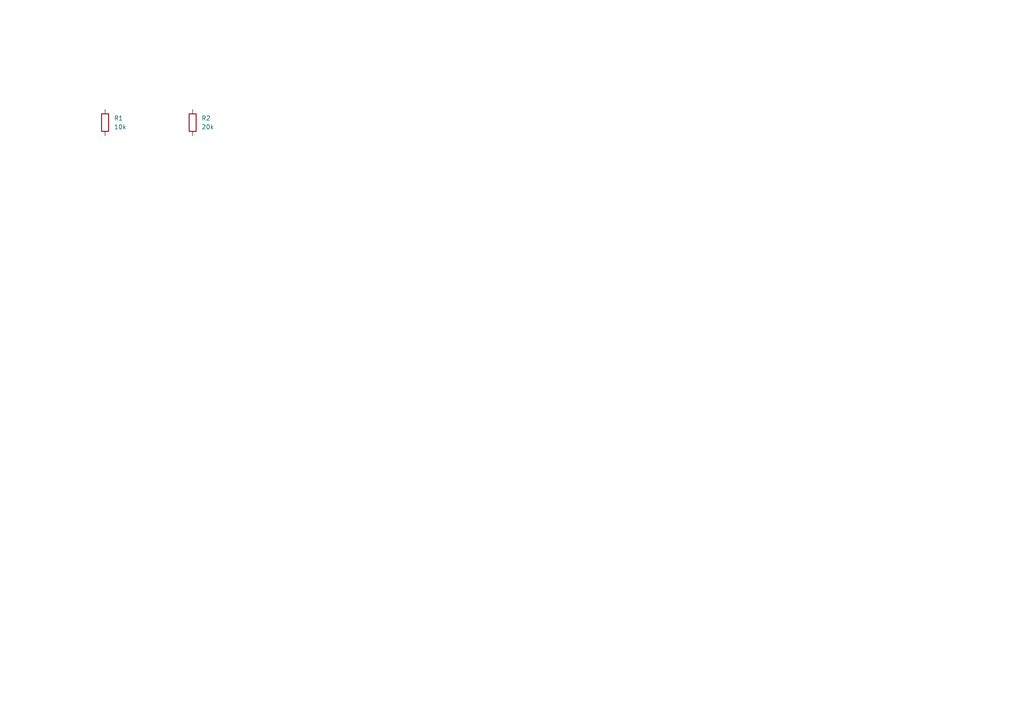
<source format=kicad_sch>
(kicad_sch (version 20250114) (generator "circuit_synth") (generator_version "0.8.36")
  (paper "A4")
  (title_block (title "positioned_circuit"))
  (lib_symbols
    (symbol "Device:R" (pin_numbers (hide yes)) (pin_names (offset 0))
      (property "Reference" "R" (at 2.032 0 90))
      (property "Value" "R" (at 0 0 90))
      (symbol "R_0_1"
        (rectangle (start -1.016 -2.54) (end 1.016 2.54) (stroke (width 0.254)))
      )
      (symbol "R_1_1"
        (pin passive line (at 0 3.81 270) (length 1.27) (name "~") (number "1"))
        (pin passive line (at 0 -3.81 90) (length 1.27) (name "~") (number "2"))
      )
    )
  )
  (symbol (lib_id "Device:R") (at 30.48 35.56 0) (unit 1)
    (property "Reference" "R1" (at 33.02 34.2899 0) (effects (justify left)))
    (property "Value" "10k" (at 33.02 36.8299 0) (effects (justify left)))
    (property "Footprint" "Resistor_SMD:R_0603_1608Metric" (effects (hide yes)))
    (property "hierarchy_path" "/bde5af1e-0d09-4ba0-a15b-19203f08abc8" (effects (hide yes)))
    (property "project_name" "positioned_circuit" (effects (hide yes)))
    (property "root_uuid" "bde5af1e-0d09-4ba0-a15b-19203f08abc8" (effects (hide yes)))
  )
  (symbol (lib_id "Device:R") (at 55.88 35.56 0) (unit 1)
    (property "Reference" "R2" (at 58.42 34.2899 0) (effects (justify left)))
    (property "Value" "20k" (at 58.42 36.8299 0) (effects (justify left)))
    (property "Footprint" "Resistor_SMD:R_0603_1608Metric" (effects (hide yes)))
    (property "hierarchy_path" "/bde5af1e-0d09-4ba0-a15b-19203f08abc8" (effects (hide yes)))
    (property "project_name" "positioned_circuit" (effects (hide yes)))
    (property "root_uuid" "bde5af1e-0d09-4ba0-a15b-19203f08abc8" (effects (hide yes)))
  )
)
</source>
